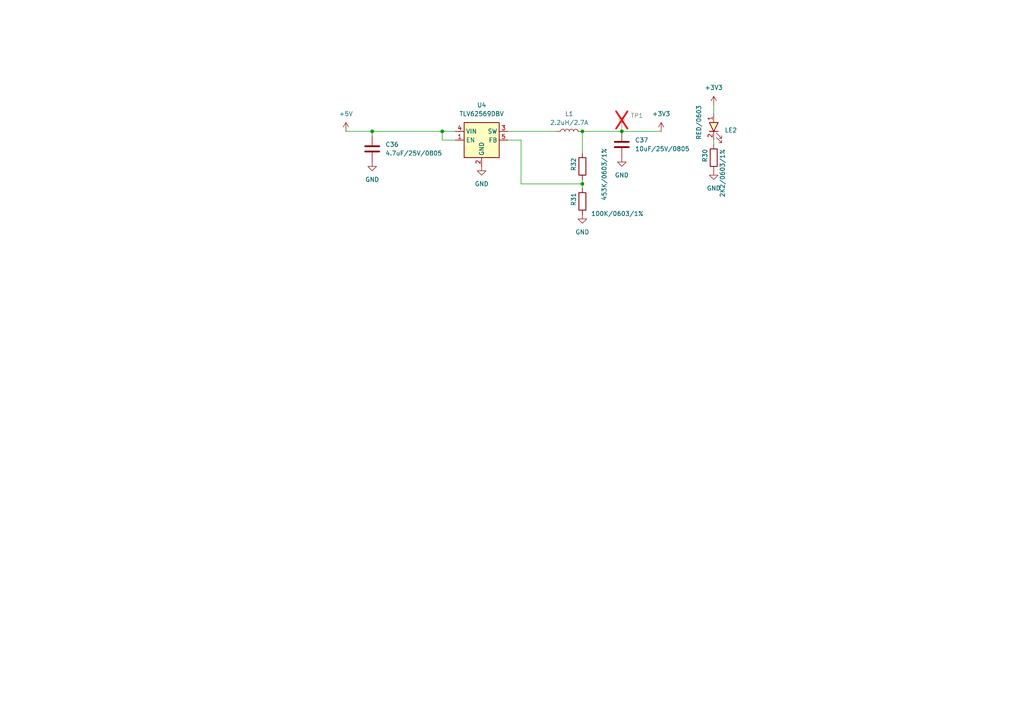
<source format=kicad_sch>
(kicad_sch (version 20231120) (generator "eeschema") (generator_version "8.0")
  (paper "A4")
  (lib_symbols
    (symbol "Connector:TestPoint" (pin_numbers hide) (pin_names (offset 0.762) hide)
      (property "Reference" "TP" (at 0 6.858 0))
      (property "Value" "TestPoint" (at 0 5.08 0))
      (symbol "TestPoint_0_1"
        (circle (center 0 3.302) (radius 0.762))
      )
      (symbol "TestPoint_1_1"
        (pin passive line (at 0 0 90) (length 2.54) (name "1") (number "1"))
      )
    )
    (symbol "Device:C" (pin_numbers hide) (pin_names (offset 0.254))
      (property "Reference" "C" (at 0.635 2.54 0))
      (property "Value" "C" (at 0.635 -2.54 0))
      (symbol "C_0_1"
        (polyline (pts (xy -2.032 -0.762) (xy 2.032 -0.762)) (stroke (width 0.508)))
        (polyline (pts (xy -2.032 0.762) (xy 2.032 0.762)) (stroke (width 0.508)))
      )
      (symbol "C_1_1"
        (pin passive line (at 0 3.81 270) (length 2.794) (name "~") (number "1"))
        (pin passive line (at 0 -3.81 90) (length 2.794) (name "~") (number "2"))
      )
    )
    (symbol "Device:L" (pin_numbers hide) (pin_names (offset 1.016) hide)
      (property "Reference" "L" (at -1.27 0 90))
      (property "Value" "L" (at 1.905 0 90))
      (symbol "L_0_1"
        (arc (start 0 -2.54) (mid 0.6323 -1.905) (end 0 -1.27))
        (arc (start 0 -1.27) (mid 0.6323 -0.635) (end 0 0))
        (arc (start 0 0) (mid 0.6323 0.635) (end 0 1.27))
        (arc (start 0 1.27) (mid 0.6323 1.905) (end 0 2.54))
      )
      (symbol "L_1_1"
        (pin passive line (at 0 3.81 270) (length 1.27) (name "1") (number "1"))
        (pin passive line (at 0 -3.81 90) (length 1.27) (name "2") (number "2"))
      )
    )
    (symbol "IVS_SYMBOLS:Led"
      (property "Reference" "LE" (at 0.508 -2.794 0))
      (property "Value" "Led" (at -0.254 2.794 0))
      (symbol "Led_0_1"
        (polyline (pts (xy 0 -1.27) (xy 0 1.27)) (stroke (width 0.254)))
        (polyline (pts (xy 2.54 -1.27) (xy 2.54 1.27) (xy 0 0) (xy 2.54 -1.27)) (stroke (width 0.254)) (fill (type background)))
        (polyline (pts (xy -1.778 -0.762) (xy -3.302 -2.286) (xy -2.54 -2.286) (xy -3.302 -2.286) (xy -3.302 -1.524)))
        (polyline (pts (xy -0.508 -0.762) (xy -2.032 -2.286) (xy -1.27 -2.286) (xy -2.032 -2.286) (xy -2.032 -1.524)))
      )
      (symbol "Led_1_1"
        (pin passive line (at 5.08 0 180) (length 2.54) (name "") (number "1"))
        (pin passive line (at -2.54 0 0) (length 2.54) (name "") (number "2"))
      )
    )
    (symbol "Regulator_Switching:TLV62569DBV"
      (property "Reference" "U" (at -5.08 6.35 0))
      (property "Value" "TLV62569DBV" (at 0 6.35 0))
      (symbol "TLV62569DBV_0_1"
        (rectangle (start -5.08 5.08) (end 5.08 -5.08) (stroke (width 0.254)) (fill (type background)))
      )
      (symbol "TLV62569DBV_1_1"
        (pin input line (at -7.62 0 0) (length 2.54) (name "EN") (number "1"))
        (pin power_in line (at 0 -7.62 90) (length 2.54) (name "GND") (number "2"))
        (pin power_out line (at 7.62 2.54 180) (length 2.54) (name "SW") (number "3"))
        (pin power_in line (at -7.62 2.54 0) (length 2.54) (name "VIN") (number "4"))
        (pin input line (at 7.62 0 180) (length 2.54) (name "FB") (number "5"))
      )
    )
    (symbol "Thu_vien_kicad:R" (pin_numbers hide) (pin_names (offset 0))
      (property "Reference" "R" (at 2.032 0 90))
      (property "Value" "R" (at 0 0 90))
      (symbol "R_0_1"
        (rectangle (start -1.016 -2.54) (end 1.016 2.54) (stroke (width 0.254)))
      )
      (symbol "R_1_1"
        (pin passive line (at 0 3.81 270) (length 1.27) (name "~") (number "1"))
        (pin passive line (at 0 -3.81 90) (length 1.27) (name "~") (number "2"))
      )
    )
    (symbol "power:+3V3" (power) (pin_numbers hide) (pin_names (offset 0) hide)
      (property "Value" "+3V3" (at 0 3.556 0))
      (symbol "+3V3_0_1"
        (polyline (pts (xy -0.762 1.27) (xy 0 2.54)))
        (polyline (pts (xy 0 0) (xy 0 2.54)))
        (polyline (pts (xy 0 2.54) (xy 0.762 1.27)))
      )
      (symbol "+3V3_1_1"
        (pin power_in line (at 0 0 90) (length 0) (name "~") (number "1"))
      )
    )
    (symbol "power:+5V" (power) (pin_numbers hide) (pin_names (offset 0) hide)
      (property "Value" "+5V" (at 0 3.556 0))
      (symbol "+5V_0_1"
        (polyline (pts (xy -0.762 1.27) (xy 0 2.54)))
        (polyline (pts (xy 0 0) (xy 0 2.54)))
        (polyline (pts (xy 0 2.54) (xy 0.762 1.27)))
      )
      (symbol "+5V_1_1"
        (pin power_in line (at 0 0 90) (length 0) (name "~") (number "1"))
      )
    )
    (symbol "power:GND" (power) (pin_numbers hide) (pin_names (offset 0) hide)
      (property "Value" "GND" (at 0 -3.81 0))
      (symbol "GND_0_1"
        (polyline (pts (xy 0 0) (xy 0 -1.27) (xy 1.27 -1.27) (xy 0 -2.54) (xy -1.27 -1.27) (xy 0 -1.27)))
      )
      (symbol "GND_1_1"
        (pin power_in line (at 0 0 270) (length 0) (name "~") (number "1"))
      )
    )
  )
  (junction (at 180.34 38.1))
  (junction (at 128.27 38.1))
  (junction (at 168.91 53.34))
  (junction (at 168.91 38.1))
  (junction (at 107.95 38.1))
  (wire (pts (xy 207.01 40.64) (xy 207.01 41.91)))
  (wire (pts (xy 180.34 38.1) (xy 191.77 38.1)))
  (wire (pts (xy 168.91 38.1) (xy 180.34 38.1)))
  (wire (pts (xy 207.01 30.48) (xy 207.01 33.02)))
  (wire (pts (xy 151.13 53.34) (xy 168.91 53.34)))
  (wire (pts (xy 168.91 53.34) (xy 168.91 54.61)))
  (wire (pts (xy 107.95 38.1) (xy 128.27 38.1)))
  (wire (pts (xy 100.33 38.1) (xy 107.95 38.1)))
  (wire (pts (xy 128.27 38.1) (xy 128.27 40.64)))
  (wire (pts (xy 107.95 38.1) (xy 107.95 39.37)))
  (wire (pts (xy 168.91 38.1) (xy 168.91 44.45)))
  (wire (pts (xy 132.08 40.64) (xy 128.27 40.64)))
  (wire (pts (xy 151.13 40.64) (xy 151.13 53.34)))
  (wire (pts (xy 168.91 52.07) (xy 168.91 53.34)))
  (wire (pts (xy 128.27 38.1) (xy 132.08 38.1)))
  (wire (pts (xy 147.32 38.1) (xy 161.29 38.1)))
  (wire (pts (xy 147.32 40.64) (xy 151.13 40.64)))
  (symbol (lib_id "power:+3V3") (at 207.01 30.48 0) (unit 1)
    (property "Reference" "#PWR045" (effects (hide yes)))
    (property "Value" "+3V3" (at 207.01 25.4 0))
  )
  (symbol (lib_id "Thu_vien_kicad:R") (at 168.91 48.26 180) (unit 1)
    (property "Reference" "R32" (at 166.37 45.72 90) (effects (justify left)))
    (property "Value" "453K/0603/1%" (at 175.26 42.926 90) (effects (justify left)))
    (property "Footprint" "Resistor_SMD:R_0603_1608Metric" (effects (hide yes)))
    (property "JLCPCB" "C3013202" (effects (hide yes)))
  )
  (symbol (lib_id "power:GND") (at 207.01 49.53 0) (unit 1)
    (property "Reference" "#PWR046" (effects (hide yes)))
    (property "Value" "GND" (at 207.01 54.61 0))
    (property "Description" "Power symbol creates a global label with name \"GND\" , ground" (effects (hide yes)))
  )
  (symbol (lib_id "Device:C") (at 180.34 41.91 0) (unit 1)
    (property "Reference" "C37" (at 184.15 40.6399 0) (effects (justify left)))
    (property "Value" "10uF/25V/0805" (at 184.15 43.1799 0) (effects (justify left)))
    (property "Footprint" "Capacitor_SMD:C_0805_2012Metric" (effects (hide yes)))
    (property "Description" "Unpolarized capacitor" (effects (hide yes)))
    (property "JLCPCB" "C15850" (effects (hide yes)))
  )
  (symbol (lib_id "Thu_vien_kicad:R") (at 168.91 58.42 180) (unit 1)
    (property "Reference" "R31" (at 166.37 55.88 90) (effects (justify left)))
    (property "Value" "100K/0603/1%" (at 186.69 61.976 0) (effects (justify left)))
    (property "Footprint" "Resistor_SMD:R_0603_1608Metric" (effects (hide yes)))
    (property "JLCPCB" "C14675" (effects (hide yes)))
  )
  (symbol (lib_id "IVS_SYMBOLS:Led") (at 207.01 38.1 90) (unit 1)
    (property "Reference" "LE2" (at 210.185 37.7825 90) (effects (justify right)))
    (property "Value" "RED/0603" (at 202.692 30.48 0) (effects (justify right)))
    (property "Footprint" "LED_SMD:LED_0603_1608Metric" (effects (hide yes)))
    (property "JLCPCB" "C965799" (effects (hide yes)))
  )
  (symbol (lib_id "Thu_vien_kicad:R") (at 207.01 45.72 180) (unit 1)
    (property "Reference" "R30" (at 204.47 43.18 90) (effects (justify left)))
    (property "Value" "2K2/0603/1%" (at 209.55 43.18 90) (effects (justify left)))
    (property "Footprint" "Resistor_SMD:R_0603_1608Metric" (effects (hide yes)))
    (property "JLCPCB" "C114662" (effects (hide yes)))
  )
  (symbol (lib_id "power:+3V3") (at 191.77 38.1 0) (unit 1)
    (property "Reference" "#PWR044" (effects (hide yes)))
    (property "Value" "+3V3" (at 191.77 33.02 0))
    (property "Description" "Power symbol creates a global label with name \"+3V3\"" (effects (hide yes)))
  )
  (symbol (lib_id "power:GND") (at 139.7 48.26 0) (unit 1)
    (property "Reference" "#PWR042" (effects (hide yes)))
    (property "Value" "GND" (at 139.7 53.34 0))
    (property "Description" "Power symbol creates a global label with name \"GND\" , ground" (effects (hide yes)))
  )
  (symbol (lib_id "Device:C") (at 107.95 43.18 0) (unit 1)
    (property "Reference" "C36" (at 111.76 41.9099 0) (effects (justify left)))
    (property "Value" "4.7uF/25V/0805" (at 111.76 44.4499 0) (effects (justify left)))
    (property "Footprint" "Capacitor_SMD:C_0805_2012Metric" (effects (hide yes)))
    (property "Description" "Unpolarized capacitor" (effects (hide yes)))
    (property "JLCPCB" "C1779" (effects (hide yes)))
  )
  (symbol (lib_id "power:GND") (at 168.91 62.23 0) (unit 1)
    (property "Reference" "#PWR048" (effects (hide yes)))
    (property "Value" "GND" (at 168.91 67.31 0))
    (property "Description" "Power symbol creates a global label with name \"GND\" , ground" (effects (hide yes)))
  )
  (symbol (lib_id "Connector:TestPoint") (at 180.34 38.1 0) (unit 1) (in_bom no) (dnp yes)
    (property "Reference" "TP1" (at 182.88 33.5279 0) (effects (justify left)))
    (property "Value" "TestPoint" (effects (hide yes)))
    (property "Footprint" "TestPoint:TestPoint_Pad_D1.0mm" (effects (hide yes)))
    (property "Description" "test point" (effects (hide yes)))
  )
  (symbol (lib_id "Device:L") (at 165.1 38.1 90) (unit 1)
    (property "Reference" "L1" (at 165.1 33.02 90))
    (property "Value" "2.2uH/2.7A" (at 165.1 35.56 90))
    (property "Footprint" "Inductor_SMD:L_Cenker_CKCS6045" (effects (hide yes)))
    (property "Description" "Inductor" (effects (hide yes)))
    (property "JLCPCB" "C354595" (effects (hide yes)))
  )
  (symbol (lib_id "power:GND") (at 180.34 45.72 0) (unit 1)
    (property "Reference" "#PWR047" (effects (hide yes)))
    (property "Value" "GND" (at 180.34 50.8 0))
    (property "Description" "Power symbol creates a global label with name \"GND\" , ground" (effects (hide yes)))
  )
  (symbol (lib_id "power:+5V") (at 100.33 38.1 0) (unit 1)
    (property "Reference" "#PWR041" (effects (hide yes)))
    (property "Value" "+5V" (at 100.33 33.02 0))
    (property "Description" "Power symbol creates a global label with name \"+5V\"" (effects (hide yes)))
  )
  (symbol (lib_id "power:GND") (at 107.95 46.99 0) (unit 1)
    (property "Reference" "#PWR043" (effects (hide yes)))
    (property "Value" "GND" (at 107.95 52.07 0))
    (property "Description" "Power symbol creates a global label with name \"GND\" , ground" (effects (hide yes)))
  )
  (symbol (lib_id "Regulator_Switching:TLV62569DBV") (at 139.7 40.64 0) (unit 1)
    (property "Reference" "U4" (at 139.7 30.48 0))
    (property "Value" "TLV62569DBV" (at 139.7 33.02 0))
    (property "Footprint" "Package_TO_SOT_SMD:SOT-23-5" (effects (hide yes)))
    (property "Datasheet" "http://www.ti.com/lit/ds/symlink/tlv62569.pdf" (effects (hide yes)))
    (property "Description" "High Efficiency Synchronous Buck Converter, Adjustable Output 0.6V-5.5V, 2A, SOT-23-5" (effects (hide yes)))
    (property "JLCPCB" "C141836" (effects (hide yes)))
  )
)
</source>
